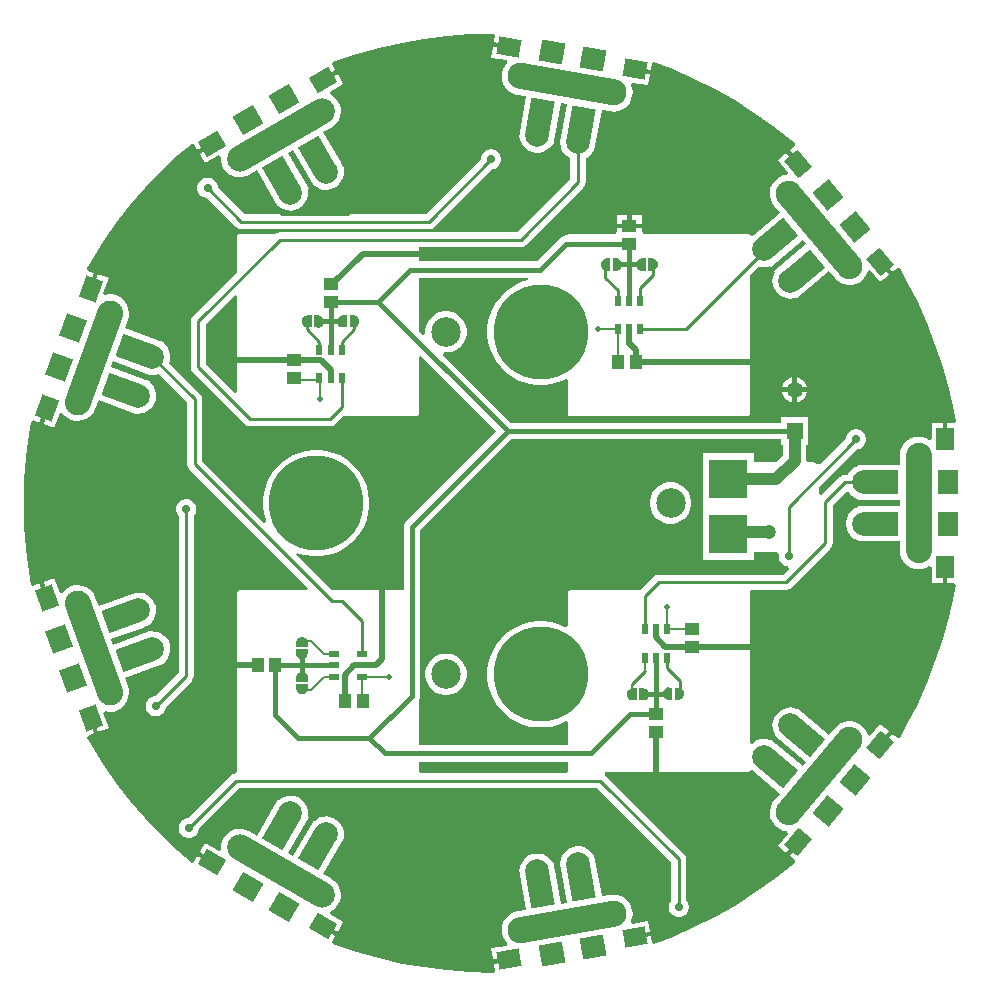
<source format=gbl>
G04*
G04 #@! TF.GenerationSoftware,Altium Limited,Altium Designer,21.7.2 (23)*
G04*
G04 Layer_Physical_Order=2*
G04 Layer_Color=16711680*
%FSLAX44Y44*%
%MOMM*%
G71*
G04*
G04 #@! TF.SameCoordinates,9BB895A2-42D1-4055-8D82-49C525802847*
G04*
G04*
G04 #@! TF.FilePolarity,Positive*
G04*
G01*
G75*
%ADD10C,0.2000*%
%ADD24C,0.2500*%
G04:AMPARAMS|DCode=26|XSize=2mm|YSize=3mm|CornerRadius=0mm|HoleSize=0mm|Usage=FLASHONLY|Rotation=230.000|XOffset=0mm|YOffset=0mm|HoleType=Round|Shape=Rectangle|*
%AMROTATEDRECTD26*
4,1,4,-0.5063,1.7302,1.7919,-0.1981,0.5063,-1.7302,-1.7919,0.1981,-0.5063,1.7302,0.0*
%
%ADD26ROTATEDRECTD26*%

%ADD27C,2.0000*%
G04:AMPARAMS|DCode=28|XSize=1.8mm|YSize=2mm|CornerRadius=0mm|HoleSize=0mm|Usage=FLASHONLY|Rotation=140.000|XOffset=0mm|YOffset=0mm|HoleType=Round|Shape=Rectangle|*
%AMROTATEDRECTD28*
4,1,4,1.3322,0.1875,0.0467,-1.3445,-1.3322,-0.1875,-0.0467,1.3445,1.3322,0.1875,0.0*
%
%ADD28ROTATEDRECTD28*%

G04:AMPARAMS|DCode=29|XSize=2mm|YSize=3mm|CornerRadius=0mm|HoleSize=0mm|Usage=FLASHONLY|Rotation=10.000|XOffset=0mm|YOffset=0mm|HoleType=Round|Shape=Rectangle|*
%AMROTATEDRECTD29*
4,1,4,-0.7243,-1.6509,-1.2453,1.3036,0.7243,1.6509,1.2453,-1.3036,-0.7243,-1.6509,0.0*
%
%ADD29ROTATEDRECTD29*%

G04:AMPARAMS|DCode=30|XSize=1.8mm|YSize=2mm|CornerRadius=0mm|HoleSize=0mm|Usage=FLASHONLY|Rotation=100.000|XOffset=0mm|YOffset=0mm|HoleType=Round|Shape=Rectangle|*
%AMROTATEDRECTD30*
4,1,4,1.1411,-0.7127,-0.8285,-1.0600,-1.1411,0.7127,0.8285,1.0600,1.1411,-0.7127,0.0*
%
%ADD30ROTATEDRECTD30*%

G04:AMPARAMS|DCode=31|XSize=2mm|YSize=3mm|CornerRadius=0mm|HoleSize=0mm|Usage=FLASHONLY|Rotation=150.000|XOffset=0mm|YOffset=0mm|HoleType=Round|Shape=Rectangle|*
%AMROTATEDRECTD31*
4,1,4,1.6160,0.7990,0.1160,-1.7990,-1.6160,-0.7990,-0.1160,1.7990,1.6160,0.7990,0.0*
%
%ADD31ROTATEDRECTD31*%

G04:AMPARAMS|DCode=32|XSize=1.8mm|YSize=2mm|CornerRadius=0mm|HoleSize=0mm|Usage=FLASHONLY|Rotation=60.000|XOffset=0mm|YOffset=0mm|HoleType=Round|Shape=Rectangle|*
%AMROTATEDRECTD32*
4,1,4,0.4160,-1.2794,-1.3160,-0.2794,-0.4160,1.2794,1.3160,0.2794,0.4160,-1.2794,0.0*
%
%ADD32ROTATEDRECTD32*%

G04:AMPARAMS|DCode=33|XSize=2mm|YSize=3mm|CornerRadius=0mm|HoleSize=0mm|Usage=FLASHONLY|Rotation=210.000|XOffset=0mm|YOffset=0mm|HoleType=Round|Shape=Rectangle|*
%AMROTATEDRECTD33*
4,1,4,0.1160,1.7990,1.6160,-0.7990,-0.1160,-1.7990,-1.6160,0.7990,0.1160,1.7990,0.0*
%
%ADD33ROTATEDRECTD33*%

G04:AMPARAMS|DCode=34|XSize=1.8mm|YSize=2mm|CornerRadius=0mm|HoleSize=0mm|Usage=FLASHONLY|Rotation=300.000|XOffset=0mm|YOffset=0mm|HoleType=Round|Shape=Rectangle|*
%AMROTATEDRECTD34*
4,1,4,-1.3160,0.2794,0.4160,1.2794,1.3160,-0.2794,-0.4160,-1.2794,-1.3160,0.2794,0.0*
%
%ADD34ROTATEDRECTD34*%

G04:AMPARAMS|DCode=35|XSize=2mm|YSize=3mm|CornerRadius=0mm|HoleSize=0mm|Usage=FLASHONLY|Rotation=70.000|XOffset=0mm|YOffset=0mm|HoleType=Round|Shape=Rectangle|*
%AMROTATEDRECTD35*
4,1,4,1.0675,-1.4527,-1.7516,-0.4267,-1.0675,1.4527,1.7516,0.4267,1.0675,-1.4527,0.0*
%
%ADD35ROTATEDRECTD35*%

G04:AMPARAMS|DCode=36|XSize=1.8mm|YSize=2mm|CornerRadius=0mm|HoleSize=0mm|Usage=FLASHONLY|Rotation=340.000|XOffset=0mm|YOffset=0mm|HoleType=Round|Shape=Rectangle|*
%AMROTATEDRECTD36*
4,1,4,-1.1877,-0.6319,-0.5037,1.2475,1.1877,0.6319,0.5037,-1.2475,-1.1877,-0.6319,0.0*
%
%ADD36ROTATEDRECTD36*%

G04:AMPARAMS|DCode=37|XSize=2mm|YSize=3mm|CornerRadius=0mm|HoleSize=0mm|Usage=FLASHONLY|Rotation=290.000|XOffset=0mm|YOffset=0mm|HoleType=Round|Shape=Rectangle|*
%AMROTATEDRECTD37*
4,1,4,-1.7516,0.4267,1.0675,1.4527,1.7516,-0.4267,-1.0675,-1.4527,-1.7516,0.4267,0.0*
%
%ADD37ROTATEDRECTD37*%

G04:AMPARAMS|DCode=38|XSize=1.8mm|YSize=2mm|CornerRadius=0mm|HoleSize=0mm|Usage=FLASHONLY|Rotation=20.000|XOffset=0mm|YOffset=0mm|HoleType=Round|Shape=Rectangle|*
%AMROTATEDRECTD38*
4,1,4,-0.5037,-1.2475,-1.1877,0.6319,0.5037,1.2475,1.1877,-0.6319,-0.5037,-1.2475,0.0*
%
%ADD38ROTATEDRECTD38*%

G04:AMPARAMS|DCode=39|XSize=2mm|YSize=3mm|CornerRadius=0mm|HoleSize=0mm|Usage=FLASHONLY|Rotation=350.000|XOffset=0mm|YOffset=0mm|HoleType=Round|Shape=Rectangle|*
%AMROTATEDRECTD39*
4,1,4,-1.2453,-1.3036,-0.7243,1.6509,1.2453,1.3036,0.7243,-1.6509,-1.2453,-1.3036,0.0*
%
%ADD39ROTATEDRECTD39*%

G04:AMPARAMS|DCode=40|XSize=1.8mm|YSize=2mm|CornerRadius=0mm|HoleSize=0mm|Usage=FLASHONLY|Rotation=260.000|XOffset=0mm|YOffset=0mm|HoleType=Round|Shape=Rectangle|*
%AMROTATEDRECTD40*
4,1,4,-0.8285,1.0600,1.1411,0.7127,0.8285,-1.0600,-1.1411,-0.7127,-0.8285,1.0600,0.0*
%
%ADD40ROTATEDRECTD40*%

%ADD41R,3.0000X2.0000*%
%ADD42R,1.8000X2.0000*%
G04:AMPARAMS|DCode=43|XSize=2mm|YSize=3mm|CornerRadius=0mm|HoleSize=0mm|Usage=FLASHONLY|Rotation=130.000|XOffset=0mm|YOffset=0mm|HoleType=Round|Shape=Rectangle|*
%AMROTATEDRECTD43*
4,1,4,1.7919,0.1981,-0.5063,-1.7302,-1.7919,-0.1981,0.5063,1.7302,1.7919,0.1981,0.0*
%
%ADD43ROTATEDRECTD43*%

G04:AMPARAMS|DCode=44|XSize=1.8mm|YSize=2mm|CornerRadius=0mm|HoleSize=0mm|Usage=FLASHONLY|Rotation=220.000|XOffset=0mm|YOffset=0mm|HoleType=Round|Shape=Rectangle|*
%AMROTATEDRECTD44*
4,1,4,0.0467,1.3445,1.3322,-0.1875,-0.0467,-1.3445,-1.3322,0.1875,0.0467,1.3445,0.0*
%
%ADD44ROTATEDRECTD44*%

%ADD45C,1.0000*%
G04:AMPARAMS|DCode=46|XSize=2.2mm|YSize=10.2mm|CornerRadius=1.1mm|HoleSize=0mm|Usage=FLASHONLY|Rotation=140.000|XOffset=0mm|YOffset=0mm|HoleType=Round|Shape=RoundedRectangle|*
%AMROUNDEDRECTD46*
21,1,2.2000,8.0000,0,0,140.0*
21,1,0.0000,10.2000,0,0,140.0*
1,1,2.2000,2.5712,3.0642*
1,1,2.2000,2.5712,3.0642*
1,1,2.2000,-2.5712,-3.0642*
1,1,2.2000,-2.5712,-3.0642*
%
%ADD46ROUNDEDRECTD46*%
G04:AMPARAMS|DCode=47|XSize=2.2mm|YSize=10.2mm|CornerRadius=1.1mm|HoleSize=0mm|Usage=FLASHONLY|Rotation=100.000|XOffset=0mm|YOffset=0mm|HoleType=Round|Shape=RoundedRectangle|*
%AMROUNDEDRECTD47*
21,1,2.2000,8.0000,0,0,100.0*
21,1,0.0000,10.2000,0,0,100.0*
1,1,2.2000,3.9392,0.6946*
1,1,2.2000,3.9392,0.6946*
1,1,2.2000,-3.9392,-0.6946*
1,1,2.2000,-3.9392,-0.6946*
%
%ADD47ROUNDEDRECTD47*%
G04:AMPARAMS|DCode=48|XSize=2.2mm|YSize=10.2mm|CornerRadius=1.1mm|HoleSize=0mm|Usage=FLASHONLY|Rotation=60.000|XOffset=0mm|YOffset=0mm|HoleType=Round|Shape=RoundedRectangle|*
%AMROUNDEDRECTD48*
21,1,2.2000,8.0000,0,0,60.0*
21,1,0.0000,10.2000,0,0,60.0*
1,1,2.2000,3.4641,-2.0000*
1,1,2.2000,3.4641,-2.0000*
1,1,2.2000,-3.4641,2.0000*
1,1,2.2000,-3.4641,2.0000*
%
%ADD48ROUNDEDRECTD48*%
G04:AMPARAMS|DCode=49|XSize=2.2mm|YSize=10.2mm|CornerRadius=1.1mm|HoleSize=0mm|Usage=FLASHONLY|Rotation=300.000|XOffset=0mm|YOffset=0mm|HoleType=Round|Shape=RoundedRectangle|*
%AMROUNDEDRECTD49*
21,1,2.2000,8.0000,0,0,300.0*
21,1,0.0000,10.2000,0,0,300.0*
1,1,2.2000,-3.4641,-2.0000*
1,1,2.2000,-3.4641,-2.0000*
1,1,2.2000,3.4641,2.0000*
1,1,2.2000,3.4641,2.0000*
%
%ADD49ROUNDEDRECTD49*%
G04:AMPARAMS|DCode=50|XSize=2.2mm|YSize=10.2mm|CornerRadius=1.1mm|HoleSize=0mm|Usage=FLASHONLY|Rotation=340.000|XOffset=0mm|YOffset=0mm|HoleType=Round|Shape=RoundedRectangle|*
%AMROUNDEDRECTD50*
21,1,2.2000,8.0000,0,0,340.0*
21,1,0.0000,10.2000,0,0,340.0*
1,1,2.2000,-1.3681,-3.7588*
1,1,2.2000,-1.3681,-3.7588*
1,1,2.2000,1.3681,3.7588*
1,1,2.2000,1.3681,3.7588*
%
%ADD50ROUNDEDRECTD50*%
G04:AMPARAMS|DCode=51|XSize=2.2mm|YSize=10.2mm|CornerRadius=1.1mm|HoleSize=0mm|Usage=FLASHONLY|Rotation=20.000|XOffset=0mm|YOffset=0mm|HoleType=Round|Shape=RoundedRectangle|*
%AMROUNDEDRECTD51*
21,1,2.2000,8.0000,0,0,20.0*
21,1,0.0000,10.2000,0,0,20.0*
1,1,2.2000,1.3681,-3.7588*
1,1,2.2000,1.3681,-3.7588*
1,1,2.2000,-1.3681,3.7588*
1,1,2.2000,-1.3681,3.7588*
%
%ADD51ROUNDEDRECTD51*%
G04:AMPARAMS|DCode=52|XSize=2.2mm|YSize=10.2mm|CornerRadius=1.1mm|HoleSize=0mm|Usage=FLASHONLY|Rotation=260.000|XOffset=0mm|YOffset=0mm|HoleType=Round|Shape=RoundedRectangle|*
%AMROUNDEDRECTD52*
21,1,2.2000,8.0000,0,0,260.0*
21,1,0.0000,10.2000,0,0,260.0*
1,1,2.2000,-3.9392,0.6946*
1,1,2.2000,-3.9392,0.6946*
1,1,2.2000,3.9392,-0.6946*
1,1,2.2000,3.9392,-0.6946*
%
%ADD52ROUNDEDRECTD52*%
G04:AMPARAMS|DCode=53|XSize=2.2mm|YSize=10.2mm|CornerRadius=1.1mm|HoleSize=0mm|Usage=FLASHONLY|Rotation=180.000|XOffset=0mm|YOffset=0mm|HoleType=Round|Shape=RoundedRectangle|*
%AMROUNDEDRECTD53*
21,1,2.2000,8.0000,0,0,180.0*
21,1,0.0000,10.2000,0,0,180.0*
1,1,2.2000,0.0000,4.0000*
1,1,2.2000,0.0000,4.0000*
1,1,2.2000,0.0000,-4.0000*
1,1,2.2000,0.0000,-4.0000*
%
%ADD53ROUNDEDRECTD53*%
G04:AMPARAMS|DCode=54|XSize=2.2mm|YSize=10.2mm|CornerRadius=1.1mm|HoleSize=0mm|Usage=FLASHONLY|Rotation=220.000|XOffset=0mm|YOffset=0mm|HoleType=Round|Shape=RoundedRectangle|*
%AMROUNDEDRECTD54*
21,1,2.2000,8.0000,0,0,220.0*
21,1,0.0000,10.2000,0,0,220.0*
1,1,2.2000,-2.5712,3.0642*
1,1,2.2000,-2.5712,3.0642*
1,1,2.2000,2.5712,-3.0642*
1,1,2.2000,2.5712,-3.0642*
%
%ADD54ROUNDEDRECTD54*%
%ADD55C,2.5000*%
%ADD56C,0.5000*%
%ADD57C,1.3500*%
%ADD58R,1.3500X1.3500*%
%ADD59C,8.0000*%
%ADD60C,0.7000*%
%ADD61C,0.4000*%
%ADD62C,1.2000*%
G04:AMPARAMS|DCode=63|XSize=1.5mm|YSize=1.9mm|CornerRadius=0mm|HoleSize=0mm|Usage=FLASHONLY|Rotation=140.000|XOffset=0mm|YOffset=0mm|HoleType=Round|Shape=Rectangle|*
%AMROTATEDRECTD63*
4,1,4,1.1852,0.2457,-0.0361,-1.2098,-1.1852,-0.2457,0.0361,1.2098,1.1852,0.2457,0.0*
%
%ADD63ROTATEDRECTD63*%

G04:AMPARAMS|DCode=64|XSize=1.5mm|YSize=1.9mm|CornerRadius=0mm|HoleSize=0mm|Usage=FLASHONLY|Rotation=100.000|XOffset=0mm|YOffset=0mm|HoleType=Round|Shape=Rectangle|*
%AMROTATEDRECTD64*
4,1,4,1.0658,-0.5736,-0.8053,-0.9036,-1.0658,0.5736,0.8053,0.9036,1.0658,-0.5736,0.0*
%
%ADD64ROTATEDRECTD64*%

G04:AMPARAMS|DCode=65|XSize=1.5mm|YSize=1.9mm|CornerRadius=0mm|HoleSize=0mm|Usage=FLASHONLY|Rotation=60.000|XOffset=0mm|YOffset=0mm|HoleType=Round|Shape=Rectangle|*
%AMROTATEDRECTD65*
4,1,4,0.4477,-1.1245,-1.1977,-0.1745,-0.4477,1.1245,1.1977,0.1745,0.4477,-1.1245,0.0*
%
%ADD65ROTATEDRECTD65*%

G04:AMPARAMS|DCode=66|XSize=1.5mm|YSize=1.9mm|CornerRadius=0mm|HoleSize=0mm|Usage=FLASHONLY|Rotation=300.000|XOffset=0mm|YOffset=0mm|HoleType=Round|Shape=Rectangle|*
%AMROTATEDRECTD66*
4,1,4,-1.1977,0.1745,0.4477,1.1245,1.1977,-0.1745,-0.4477,-1.1245,-1.1977,0.1745,0.0*
%
%ADD66ROTATEDRECTD66*%

G04:AMPARAMS|DCode=67|XSize=1.5mm|YSize=1.9mm|CornerRadius=0mm|HoleSize=0mm|Usage=FLASHONLY|Rotation=340.000|XOffset=0mm|YOffset=0mm|HoleType=Round|Shape=Rectangle|*
%AMROTATEDRECTD67*
4,1,4,-1.0297,-0.6362,-0.3799,1.1492,1.0297,0.6362,0.3799,-1.1492,-1.0297,-0.6362,0.0*
%
%ADD67ROTATEDRECTD67*%

G04:AMPARAMS|DCode=68|XSize=1.5mm|YSize=1.9mm|CornerRadius=0mm|HoleSize=0mm|Usage=FLASHONLY|Rotation=20.000|XOffset=0mm|YOffset=0mm|HoleType=Round|Shape=Rectangle|*
%AMROTATEDRECTD68*
4,1,4,-0.3799,-1.1492,-1.0297,0.6362,0.3799,1.1492,1.0297,-0.6362,-0.3799,-1.1492,0.0*
%
%ADD68ROTATEDRECTD68*%

G04:AMPARAMS|DCode=69|XSize=1.5mm|YSize=1.9mm|CornerRadius=0mm|HoleSize=0mm|Usage=FLASHONLY|Rotation=260.000|XOffset=0mm|YOffset=0mm|HoleType=Round|Shape=Rectangle|*
%AMROTATEDRECTD69*
4,1,4,-0.8053,0.9036,1.0658,0.5736,0.8053,-0.9036,-1.0658,-0.5736,-0.8053,0.9036,0.0*
%
%ADD69ROTATEDRECTD69*%

%ADD70R,1.5000X1.9000*%
G04:AMPARAMS|DCode=71|XSize=1.5mm|YSize=1.9mm|CornerRadius=0mm|HoleSize=0mm|Usage=FLASHONLY|Rotation=220.000|XOffset=0mm|YOffset=0mm|HoleType=Round|Shape=Rectangle|*
%AMROTATEDRECTD71*
4,1,4,-0.0361,1.2098,1.1852,-0.2457,0.0361,-1.2098,-1.1852,0.2457,-0.0361,1.2098,0.0*
%
%ADD71ROTATEDRECTD71*%

G04:AMPARAMS|DCode=72|XSize=0.5mm|YSize=0.5mm|CornerRadius=0.25mm|HoleSize=0mm|Usage=FLASHONLY|Rotation=270.000|XOffset=0mm|YOffset=0mm|HoleType=Round|Shape=RoundedRectangle|*
%AMROUNDEDRECTD72*
21,1,0.5000,0.0000,0,0,270.0*
21,1,0.0000,0.5000,0,0,270.0*
1,1,0.5000,0.0000,0.0000*
1,1,0.5000,0.0000,0.0000*
1,1,0.5000,0.0000,0.0000*
1,1,0.5000,0.0000,0.0000*
%
%ADD72ROUNDEDRECTD72*%
%ADD73R,1.3000X1.0000*%
%ADD74R,0.5000X0.9000*%
G04:AMPARAMS|DCode=75|XSize=0.5mm|YSize=0.5mm|CornerRadius=0.25mm|HoleSize=0mm|Usage=FLASHONLY|Rotation=0.000|XOffset=0mm|YOffset=0mm|HoleType=Round|Shape=RoundedRectangle|*
%AMROUNDEDRECTD75*
21,1,0.5000,0.0000,0,0,0.0*
21,1,0.0000,0.5000,0,0,0.0*
1,1,0.5000,0.0000,0.0000*
1,1,0.5000,0.0000,0.0000*
1,1,0.5000,0.0000,0.0000*
1,1,0.5000,0.0000,0.0000*
%
%ADD75ROUNDEDRECTD75*%
%ADD76R,1.0000X1.3000*%
%ADD77R,0.9000X0.5000*%
%ADD78R,3.3000X3.3000*%
%ADD79C,0.5000*%
%ADD80C,0.4000*%
G36*
X1000Y396281D02*
X1275Y395945D01*
X293Y390380D01*
X13588Y388036D01*
X12894Y384096D01*
X-401Y386441D01*
X-2051Y377085D01*
X11234Y374742D01*
X11762Y372813D01*
X11507Y372594D01*
X9561Y370115D01*
X8137Y367304D01*
X7288Y364268D01*
X7048Y361126D01*
X7425Y357997D01*
X8405Y355002D01*
X9951Y352255D01*
X12003Y349863D01*
X14483Y347917D01*
X17294Y346492D01*
X20329Y345644D01*
X27715Y344341D01*
X21564Y309457D01*
X22387Y309312D01*
X22880Y307087D01*
X24070Y304383D01*
X25765Y301962D01*
X27899Y299919D01*
X30391Y298331D01*
X33145Y297260D01*
X36055Y296747D01*
X39009Y296812D01*
X41894Y297451D01*
X44598Y298641D01*
X47018Y300336D01*
X49062Y302471D01*
X50286Y304392D01*
X51108Y304247D01*
X51720Y307716D01*
X51720Y307717D01*
X52233Y310626D01*
Y310626D01*
X57259Y339132D01*
X62184Y338264D01*
X57157Y309758D01*
X57157Y309758D01*
X56644Y306848D01*
Y306848D01*
X56033Y303379D01*
X56855Y303234D01*
X57348Y301010D01*
X58538Y298305D01*
X60233Y295885D01*
X62367Y293841D01*
X64859Y292254D01*
X65300Y292082D01*
Y274312D01*
X20361Y229372D01*
X-181000D01*
X-183439Y228887D01*
X-184708Y228039D01*
X-215000D01*
X-215780Y227884D01*
X-216442Y227442D01*
X-216884Y226780D01*
X-217039Y226000D01*
Y195973D01*
X-254506Y158506D01*
X-255887Y156439D01*
X-256372Y154000D01*
Y115500D01*
X-255887Y113061D01*
X-254506Y110994D01*
X-210506Y66994D01*
X-208439Y65613D01*
X-206000Y65128D01*
X-138500D01*
X-136061Y65613D01*
X-133994Y66994D01*
X-127027Y73961D01*
X-65000D01*
X-64220Y74116D01*
X-63558Y74558D01*
X-63116Y75220D01*
X-62961Y76000D01*
Y123363D01*
X-61113Y124128D01*
X2015Y61000D01*
X-73992Y-15007D01*
X-75114Y-16470D01*
X-75820Y-18173D01*
X-76060Y-20000D01*
Y-73961D01*
X-136851D01*
X-166968Y-43844D01*
X-165835Y-42149D01*
X-164496Y-42703D01*
X-158798Y-44230D01*
X-152949Y-45000D01*
X-147051D01*
X-141202Y-44230D01*
X-135504Y-42703D01*
X-130054Y-40446D01*
X-124946Y-37496D01*
X-120266Y-33905D01*
X-116095Y-29734D01*
X-112504Y-25054D01*
X-109554Y-19946D01*
X-107297Y-14496D01*
X-105770Y-8798D01*
X-105000Y-2949D01*
Y2949D01*
X-105770Y8798D01*
X-107297Y14496D01*
X-109554Y19946D01*
X-112504Y25054D01*
X-116095Y29734D01*
X-120266Y33905D01*
X-124946Y37496D01*
X-130054Y40446D01*
X-135504Y42703D01*
X-141202Y44230D01*
X-147051Y45000D01*
X-152949D01*
X-158798Y44230D01*
X-164496Y42703D01*
X-169946Y40446D01*
X-175054Y37496D01*
X-179734Y33905D01*
X-183905Y29734D01*
X-187496Y25054D01*
X-190446Y19946D01*
X-192703Y14496D01*
X-194230Y8798D01*
X-195000Y2949D01*
Y-2949D01*
X-194230Y-8798D01*
X-192703Y-14496D01*
X-192149Y-15835D01*
X-193844Y-16968D01*
X-246439Y35627D01*
Y87871D01*
X-246924Y90310D01*
X-248305Y92377D01*
X-274500Y118572D01*
X-274008Y119926D01*
X-273558Y122846D01*
X-273687Y125798D01*
X-274389Y128668D01*
X-275638Y131346D01*
X-277385Y133729D01*
X-279065Y135268D01*
X-278780Y136053D01*
X-282090Y137258D01*
X-282090Y137258D01*
X-284866Y138269D01*
X-284867Y138269D01*
X-312066Y148168D01*
X-309501Y155216D01*
X-308718Y158269D01*
X-308546Y161416D01*
X-308992Y164536D01*
X-310037Y167510D01*
X-311643Y170222D01*
X-313747Y172568D01*
X-316268Y174460D01*
X-319110Y175823D01*
X-322163Y176605D01*
X-325310Y176777D01*
X-328430Y176332D01*
X-328747Y176220D01*
X-330154Y177642D01*
X-325540Y190319D01*
X-334467Y193568D01*
X-339084Y180882D01*
X-342843Y182250D01*
X-338226Y194936D01*
X-343444Y196835D01*
X-344136Y198712D01*
X-340941Y204352D01*
X-330503Y220835D01*
X-319269Y236786D01*
X-307266Y252167D01*
X-294523Y266940D01*
X-281070Y281070D01*
X-266940Y294523D01*
X-255474Y304413D01*
X-253502Y304079D01*
X-250707Y299237D01*
X-239015Y305987D01*
X-237015Y302523D01*
X-248707Y295772D01*
X-243957Y287545D01*
X-232274Y294290D01*
X-230629Y293152D01*
X-230684Y292821D01*
X-230581Y289671D01*
X-229865Y286601D01*
X-228564Y283731D01*
X-226729Y281169D01*
X-224428Y279014D01*
X-221752Y277350D01*
X-218802Y276240D01*
X-215693Y275726D01*
X-212542Y275829D01*
X-209473Y276545D01*
X-206602Y277846D01*
X-200107Y281596D01*
X-182396Y250919D01*
X-181672Y251336D01*
X-179865Y249949D01*
X-177215Y248643D01*
X-174361Y247878D01*
X-171412Y247684D01*
X-168483Y248070D01*
X-165685Y249020D01*
X-163126Y250497D01*
X-160905Y252446D01*
X-159106Y254790D01*
X-157799Y257440D01*
X-157034Y260294D01*
X-156841Y263242D01*
X-157138Y265501D01*
X-156415Y265919D01*
X-158176Y268969D01*
X-158176Y268969D01*
X-159654Y271528D01*
X-159654Y271528D01*
X-174126Y296596D01*
X-169796Y299096D01*
X-152085Y268419D01*
X-151362Y268836D01*
X-149554Y267449D01*
X-146904Y266143D01*
X-144050Y265378D01*
X-141101Y265184D01*
X-138172Y265570D01*
X-135374Y266520D01*
X-132815Y267997D01*
X-130594Y269946D01*
X-128795Y272290D01*
X-127488Y274940D01*
X-126723Y277794D01*
X-126530Y280742D01*
X-126827Y283001D01*
X-126104Y283419D01*
X-127865Y286469D01*
X-127865Y286469D01*
X-129343Y289028D01*
X-129343Y289029D01*
X-143815Y314096D01*
X-137320Y317846D01*
X-134758Y319681D01*
X-132604Y321982D01*
X-130940Y324658D01*
X-129829Y327608D01*
X-129316Y330718D01*
X-129419Y333868D01*
X-130135Y336937D01*
X-131435Y339808D01*
X-133271Y342370D01*
X-135572Y344524D01*
X-138248Y346189D01*
X-138563Y346307D01*
X-138726Y348300D01*
X-127043Y355045D01*
X-131793Y363273D01*
X-143485Y356523D01*
X-145485Y359987D01*
X-133793Y366737D01*
X-136597Y371592D01*
X-135931Y373478D01*
X-133911Y374257D01*
X-115386Y380377D01*
X-96583Y385580D01*
X-77547Y389855D01*
X-58324Y393190D01*
X-38961Y395579D01*
X-19504Y397014D01*
X-485Y397481D01*
X1000Y396281D01*
D02*
G37*
G36*
X152114Y367235D02*
X169950Y359329D01*
X187377Y350557D01*
X204352Y340941D01*
X220835Y330503D01*
X236786Y319269D01*
X252167Y307266D01*
X255440Y304443D01*
X255426Y302443D01*
X251156Y298860D01*
X259834Y288518D01*
X256770Y285947D01*
X248092Y296289D01*
X240814Y290182D01*
X249486Y279848D01*
X248650Y278031D01*
X248314Y278027D01*
X245230Y277379D01*
X242332Y276141D01*
X239730Y274361D01*
X237526Y272108D01*
X235804Y269469D01*
X234629Y266544D01*
X234048Y263447D01*
X234083Y260295D01*
X234731Y257211D01*
X235969Y254312D01*
X237749Y251711D01*
X242570Y245965D01*
X220396Y227360D01*
X220396Y227360D01*
X218971Y226164D01*
X218917Y226160D01*
X216992Y226748D01*
X216833Y226878D01*
X216780Y226936D01*
X216442Y227442D01*
X215780Y227884D01*
X215000Y228039D01*
X126500D01*
Y229500D01*
X125500D01*
Y232500D01*
X115000D01*
X104500D01*
Y229500D01*
X103500D01*
Y228039D01*
X65000D01*
X64220Y227884D01*
X63558Y227442D01*
X63116Y226780D01*
X63072Y226560D01*
X61500D01*
X59673Y226320D01*
X57970Y225614D01*
X56508Y224492D01*
X36825Y204810D01*
X-62961D01*
Y216628D01*
X23000D01*
X25439Y217113D01*
X27506Y218494D01*
X76179Y267167D01*
X77560Y269234D01*
X78045Y271673D01*
Y292115D01*
X79066Y292564D01*
X81487Y294259D01*
X83530Y296393D01*
X84754Y298315D01*
X85577Y298170D01*
X91728Y333054D01*
X99114Y331752D01*
X102256Y331511D01*
X105386Y331889D01*
X108381Y332869D01*
X111127Y334415D01*
X113519Y336467D01*
X115465Y338946D01*
X116890Y341758D01*
X117739Y344793D01*
X117979Y347936D01*
X117602Y351065D01*
X116622Y354060D01*
X116457Y354353D01*
X117613Y355985D01*
X130898Y353642D01*
X132548Y362998D01*
X119253Y365342D01*
X119947Y369282D01*
X133242Y366937D01*
X134220Y372483D01*
X135962Y373466D01*
X152114Y367235D01*
D02*
G37*
G36*
X136494Y206606D02*
X138181Y205129D01*
X139176Y203119D01*
X139250Y202000D01*
X139250Y202000D01*
X139150Y200856D01*
X138091Y198819D01*
X136333Y197342D01*
X134144Y196651D01*
X133000Y196750D01*
X131000D01*
Y207250D01*
X133250Y207250D01*
X134369Y207325D01*
X136494Y206606D01*
D02*
G37*
G36*
X106680Y206550D02*
X108368Y205073D01*
X109362Y203063D01*
X109436Y201944D01*
X109436Y201944D01*
X109337Y200800D01*
X108278Y198763D01*
X106519Y197286D01*
X104330Y196595D01*
X103186Y196694D01*
Y196694D01*
X101186Y196694D01*
X101186Y207194D01*
X103436Y207194D01*
X104555Y207269D01*
X106680Y206550D01*
D02*
G37*
G36*
X265067Y219154D02*
X237932Y196385D01*
X238469Y195745D01*
X237416Y193724D01*
X236590Y190887D01*
X236332Y187944D01*
X236654Y185007D01*
X237542Y182189D01*
X238963Y179598D01*
X240863Y177335D01*
X243167Y175485D01*
X245788Y174121D01*
X248625Y173294D01*
X251568Y173036D01*
X254505Y173358D01*
X256679Y174043D01*
X257215Y173404D01*
X284351Y196173D01*
X289172Y190427D01*
X291424Y188223D01*
X294064Y186501D01*
X296989Y185327D01*
X300086Y184746D01*
X303238Y184780D01*
X306322Y185429D01*
X309221Y186666D01*
X311822Y188446D01*
X314026Y190699D01*
X315748Y193338D01*
X316923Y196263D01*
X316985Y196593D01*
X318919Y197100D01*
X327591Y186766D01*
X334868Y192873D01*
X326190Y203214D01*
X329255Y205786D01*
X337932Y195444D01*
X342194Y199020D01*
X344163Y198665D01*
X350557Y187377D01*
X359329Y169950D01*
X367235Y152114D01*
X374257Y133911D01*
X380377Y115386D01*
X385580Y96583D01*
X389855Y77547D01*
X391333Y69030D01*
X390045Y67500D01*
X384500D01*
Y54000D01*
X380500D01*
Y67500D01*
X371000D01*
Y54010D01*
X369192Y53155D01*
X368932Y53368D01*
X366153Y54854D01*
X363137Y55768D01*
X360000Y56077D01*
X356864Y55768D01*
X353848Y54854D01*
X351068Y53368D01*
X348632Y51368D01*
X346632Y48932D01*
X345146Y46153D01*
X344231Y43137D01*
X343923Y40000D01*
Y32500D01*
X314978D01*
X314977Y32500D01*
X312023D01*
X312022Y32500D01*
X308500D01*
Y31665D01*
X306395Y30793D01*
X303938Y29151D01*
X301849Y27062D01*
X300207Y24605D01*
X299904Y23872D01*
X297602D01*
X295164Y23387D01*
X293096Y22006D01*
X277598Y6508D01*
X275598Y7336D01*
Y13586D01*
X307512Y45500D01*
X308119D01*
X310281Y46079D01*
X312219Y47198D01*
X313802Y48781D01*
X314921Y50719D01*
X315500Y52881D01*
Y55119D01*
X314921Y57281D01*
X313802Y59219D01*
X312219Y60802D01*
X310281Y61921D01*
X308119Y62500D01*
X305881D01*
X303719Y61921D01*
X301781Y60802D01*
X300198Y59219D01*
X299079Y57281D01*
X298500Y55119D01*
Y54512D01*
X276744Y32755D01*
X274169Y33009D01*
X274105Y33105D01*
X272451Y34210D01*
X270500Y34598D01*
X266316D01*
X265086Y36000D01*
Y49250D01*
X266750D01*
Y72750D01*
X243250D01*
Y68060D01*
X14924D01*
X-42663Y125648D01*
X-41764Y127419D01*
X-41687Y127500D01*
X-38276D01*
X-34895Y128173D01*
X-31711Y129492D01*
X-28844Y131407D01*
X-26407Y133844D01*
X-24492Y136711D01*
X-23173Y139895D01*
X-22500Y143276D01*
Y146724D01*
X-23173Y150105D01*
X-24492Y153289D01*
X-26407Y156156D01*
X-28844Y158593D01*
X-31711Y160508D01*
X-34895Y161828D01*
X-38276Y162500D01*
X-41724D01*
X-45105Y161828D01*
X-48289Y160508D01*
X-51156Y158593D01*
X-53593Y156156D01*
X-55508Y153289D01*
X-56828Y150105D01*
X-57500Y146724D01*
Y143313D01*
X-57581Y143236D01*
X-59352Y142337D01*
X-62961Y145946D01*
Y190690D01*
X28922D01*
X29185Y188690D01*
X25504Y187703D01*
X20054Y185446D01*
X14946Y182496D01*
X10266Y178905D01*
X6095Y174734D01*
X2504Y170054D01*
X-446Y164946D01*
X-2703Y159496D01*
X-4230Y153798D01*
X-5000Y147949D01*
Y142051D01*
X-4230Y136202D01*
X-2703Y130504D01*
X-446Y125054D01*
X2504Y119946D01*
X6095Y115266D01*
X10266Y111095D01*
X14946Y107504D01*
X20054Y104554D01*
X25504Y102297D01*
X31202Y100770D01*
X37050Y100000D01*
X42949D01*
X48798Y100770D01*
X54496Y102297D01*
X59946Y104554D01*
X61229Y105295D01*
X62961Y104295D01*
Y76000D01*
X63116Y75220D01*
X63558Y74558D01*
X64220Y74116D01*
X65000Y73961D01*
X215000D01*
X215780Y74116D01*
X216442Y74558D01*
X216884Y75220D01*
X217039Y76000D01*
Y192192D01*
X225218Y200371D01*
X226127Y200105D01*
X229071Y199848D01*
X232008Y200170D01*
X234181Y200855D01*
X234718Y200215D01*
X261853Y222984D01*
X265067Y219154D01*
D02*
G37*
G36*
X126814Y207306D02*
X126814D01*
X128814Y207306D01*
X128814Y196806D01*
X126564Y196806D01*
X125445Y196731D01*
X123320Y197450D01*
X121632Y198927D01*
X120638Y200937D01*
X120564Y202056D01*
X120663Y203200D01*
X121722Y205237D01*
X123481Y206714D01*
X125670Y207405D01*
X126814Y207306D01*
D02*
G37*
G36*
X97000Y207250D02*
X97000Y207250D01*
X99000D01*
Y196750D01*
X96750Y196750D01*
X95631Y196675D01*
X93506Y197394D01*
X91819Y198871D01*
X90824Y200881D01*
X90750Y202000D01*
X90849Y203144D01*
X91909Y205181D01*
X93667Y206658D01*
X95856Y207349D01*
X97000Y207250D01*
D02*
G37*
G36*
X-116257Y158606D02*
X-114569Y157129D01*
X-113575Y155119D01*
X-113500Y154000D01*
X-113500Y154000D01*
X-113600Y152856D01*
X-114659Y150819D01*
X-116417Y149342D01*
X-118606Y148651D01*
X-119750Y148750D01*
X-121750D01*
Y159250D01*
X-119500Y159250D01*
X-118381Y159325D01*
X-116257Y158606D01*
D02*
G37*
G36*
X-146070Y158550D02*
X-144382Y157073D01*
X-143388Y155063D01*
X-143314Y153944D01*
X-143314Y153944D01*
X-143413Y152800D01*
X-144472Y150763D01*
X-146230Y149286D01*
X-148420Y148595D01*
X-149564Y148694D01*
Y148694D01*
X-151564Y148694D01*
X-151564Y159194D01*
X-149314Y159194D01*
X-148195Y159269D01*
X-146070Y158550D01*
D02*
G37*
G36*
X-125936Y159306D02*
X-125936D01*
X-123936Y159306D01*
X-123936Y148806D01*
X-126186Y148806D01*
X-127305Y148731D01*
X-129430Y149450D01*
X-131117Y150927D01*
X-132112Y152937D01*
X-132186Y154056D01*
X-132087Y155200D01*
X-131028Y157237D01*
X-129270Y158714D01*
X-127080Y159405D01*
X-125936Y159306D01*
D02*
G37*
G36*
X-155750Y159250D02*
X-155750Y159250D01*
X-153750D01*
Y148750D01*
X-156000Y148750D01*
X-157119Y148675D01*
X-159243Y149394D01*
X-160931Y150871D01*
X-161926Y152881D01*
X-162000Y154000D01*
X-161901Y155144D01*
X-160841Y157181D01*
X-159083Y158658D01*
X-156894Y159349D01*
X-155750Y159250D01*
D02*
G37*
G36*
X-217039Y175336D02*
Y94164D01*
X-218887Y93399D01*
X-243628Y118139D01*
Y151361D01*
X-218887Y176101D01*
X-217039Y175336D01*
D02*
G37*
G36*
X-289040Y107863D02*
X-288755Y108647D01*
X-286478Y108747D01*
X-283608Y109449D01*
X-283467Y109515D01*
X-259184Y85231D01*
Y32987D01*
X-258699Y30549D01*
X-257317Y28482D01*
X-156723Y-72113D01*
X-157488Y-73961D01*
X-215000D01*
X-215780Y-74116D01*
X-216442Y-74558D01*
X-216884Y-75220D01*
X-217039Y-76000D01*
Y-226000D01*
X-216914Y-226628D01*
X-216932Y-226861D01*
X-217993Y-228628D01*
X-218000D01*
X-220439Y-229113D01*
X-222506Y-230494D01*
X-258512Y-266500D01*
X-259119D01*
X-261281Y-267079D01*
X-263219Y-268198D01*
X-264802Y-269781D01*
X-265921Y-271719D01*
X-266500Y-273881D01*
Y-276119D01*
X-265921Y-278281D01*
X-264802Y-280219D01*
X-263219Y-281802D01*
X-261281Y-282921D01*
X-259119Y-283500D01*
X-256881D01*
X-254719Y-282921D01*
X-252781Y-281802D01*
X-251198Y-280219D01*
X-250079Y-278281D01*
X-249500Y-276119D01*
Y-275512D01*
X-215361Y-241372D01*
X87709D01*
X150628Y-304291D01*
Y-336352D01*
X150198Y-336781D01*
X149079Y-338719D01*
X148500Y-340881D01*
Y-343119D01*
X149079Y-345281D01*
X150198Y-347219D01*
X151781Y-348802D01*
X153719Y-349921D01*
X155881Y-350500D01*
X158119D01*
X160281Y-349921D01*
X162219Y-348802D01*
X163802Y-347219D01*
X164921Y-345281D01*
X165500Y-343119D01*
Y-340881D01*
X164921Y-338719D01*
X163802Y-336781D01*
X163372Y-336352D01*
Y-301652D01*
X162887Y-299213D01*
X161506Y-297146D01*
X94854Y-230494D01*
X94173Y-230039D01*
X94780Y-228039D01*
X215000D01*
X215780Y-227884D01*
X216442Y-227442D01*
X216780Y-226936D01*
X217015Y-226740D01*
X218953Y-226149D01*
X242569Y-245966D01*
X237749Y-251711D01*
X235969Y-254312D01*
X234731Y-257211D01*
X234083Y-260295D01*
X234048Y-263447D01*
X234629Y-266544D01*
X235804Y-269469D01*
X237526Y-272109D01*
X239730Y-274361D01*
X242331Y-276141D01*
X245230Y-277379D01*
X248314Y-278027D01*
X248650Y-278031D01*
X249486Y-279848D01*
X240814Y-290182D01*
X248092Y-296289D01*
X256769Y-285947D01*
X259834Y-288518D01*
X251156Y-298860D01*
X255426Y-302443D01*
X255440Y-304443D01*
X252167Y-307266D01*
X236786Y-319269D01*
X220835Y-330503D01*
X204352Y-340941D01*
X187377Y-350557D01*
X169950Y-359329D01*
X152114Y-367235D01*
X135962Y-373466D01*
X134220Y-372483D01*
X133242Y-366937D01*
X119947Y-369282D01*
X119253Y-365342D01*
X132548Y-362998D01*
X130898Y-353642D01*
X117613Y-355985D01*
X116457Y-354353D01*
X116622Y-354060D01*
X117602Y-351065D01*
X117979Y-347936D01*
X117739Y-344793D01*
X116890Y-341758D01*
X115465Y-338946D01*
X113519Y-336467D01*
X111127Y-334415D01*
X108381Y-332869D01*
X105386Y-331889D01*
X102256Y-331511D01*
X99114Y-331752D01*
X91728Y-333054D01*
X85577Y-298170D01*
X84754Y-298315D01*
X83530Y-296393D01*
X81487Y-294258D01*
X79066Y-292564D01*
X76362Y-291374D01*
X73477Y-290734D01*
X70523Y-290670D01*
X67613Y-291183D01*
X64859Y-292254D01*
X62367Y-293841D01*
X60233Y-295885D01*
X58538Y-298305D01*
X57348Y-301010D01*
X56855Y-303234D01*
X56033Y-303379D01*
X56644Y-306848D01*
Y-306848D01*
X57157Y-309758D01*
X57157Y-309758D01*
X62184Y-338264D01*
X57259Y-339132D01*
X52233Y-310626D01*
Y-310626D01*
X51720Y-307716D01*
X51720Y-307716D01*
X51108Y-304247D01*
X50286Y-304392D01*
X49062Y-302470D01*
X47018Y-300336D01*
X44598Y-298641D01*
X41894Y-297451D01*
X39009Y-296812D01*
X36055Y-296747D01*
X33145Y-297260D01*
X30391Y-298331D01*
X27899Y-299919D01*
X25765Y-301962D01*
X24070Y-304383D01*
X22880Y-307087D01*
X22387Y-309312D01*
X21564Y-309457D01*
X27715Y-344341D01*
X20329Y-345644D01*
X17294Y-346492D01*
X14483Y-347917D01*
X12003Y-349863D01*
X9951Y-352255D01*
X8405Y-355002D01*
X7425Y-357997D01*
X7048Y-361126D01*
X7288Y-364268D01*
X8137Y-367304D01*
X9561Y-370115D01*
X11507Y-372594D01*
X11763Y-372813D01*
X11234Y-374742D01*
X-2051Y-377085D01*
X-401Y-386441D01*
X12894Y-384096D01*
X13588Y-388036D01*
X293Y-390380D01*
X1275Y-395945D01*
X1000Y-396281D01*
X-485Y-397481D01*
X-19504Y-397014D01*
X-38961Y-395579D01*
X-58324Y-393190D01*
X-77547Y-389855D01*
X-96583Y-385580D01*
X-115386Y-380377D01*
X-133911Y-374257D01*
X-135931Y-373478D01*
X-136597Y-371592D01*
X-133793Y-366737D01*
X-145485Y-359987D01*
X-143485Y-356523D01*
X-131793Y-363273D01*
X-127043Y-355046D01*
X-138726Y-348300D01*
X-138563Y-346307D01*
X-138248Y-346189D01*
X-135572Y-344524D01*
X-133271Y-342370D01*
X-131435Y-339808D01*
X-130135Y-336937D01*
X-129419Y-333868D01*
X-129316Y-330718D01*
X-129829Y-327608D01*
X-130940Y-324658D01*
X-132604Y-321982D01*
X-134758Y-319681D01*
X-137320Y-317846D01*
X-143815Y-314096D01*
X-126104Y-283419D01*
X-126828Y-283001D01*
X-126530Y-280742D01*
X-126723Y-277794D01*
X-127488Y-274940D01*
X-128795Y-272290D01*
X-130594Y-269946D01*
X-132815Y-267997D01*
X-135374Y-266520D01*
X-138172Y-265570D01*
X-141102Y-265184D01*
X-144050Y-265378D01*
X-146904Y-266143D01*
X-149554Y-267449D01*
X-151362Y-268836D01*
X-152085Y-268419D01*
X-153846Y-271469D01*
X-153846Y-271469D01*
X-155324Y-274028D01*
X-155324Y-274028D01*
X-169796Y-299096D01*
X-174126Y-296596D01*
X-156415Y-265919D01*
X-157138Y-265501D01*
X-156841Y-263242D01*
X-157034Y-260294D01*
X-157799Y-257440D01*
X-159106Y-254790D01*
X-160905Y-252446D01*
X-163126Y-250497D01*
X-165685Y-249020D01*
X-168483Y-248070D01*
X-171412Y-247684D01*
X-174361Y-247878D01*
X-177215Y-248643D01*
X-179865Y-249949D01*
X-181673Y-251336D01*
X-182396Y-250919D01*
X-184157Y-253969D01*
X-184157Y-253969D01*
X-185635Y-256528D01*
X-185635Y-256529D01*
X-200107Y-281596D01*
X-206602Y-277846D01*
X-209473Y-276545D01*
X-212542Y-275829D01*
X-215693Y-275726D01*
X-218802Y-276240D01*
X-221752Y-277350D01*
X-224428Y-279014D01*
X-226729Y-281169D01*
X-228564Y-283731D01*
X-229865Y-286601D01*
X-230581Y-289671D01*
X-230684Y-292821D01*
X-230629Y-293152D01*
X-232274Y-294291D01*
X-243957Y-287545D01*
X-248707Y-295773D01*
X-237015Y-302523D01*
X-239015Y-305987D01*
X-250707Y-299237D01*
X-253502Y-304079D01*
X-255474Y-304413D01*
X-266940Y-294523D01*
X-281070Y-281070D01*
X-294523Y-266940D01*
X-307266Y-252167D01*
X-319269Y-236786D01*
X-330503Y-220835D01*
X-340941Y-204352D01*
X-344136Y-198712D01*
X-343444Y-196835D01*
X-338226Y-194936D01*
X-342843Y-182250D01*
X-339084Y-180882D01*
X-334467Y-193568D01*
X-325540Y-190319D01*
X-330154Y-177642D01*
X-328747Y-176220D01*
X-328430Y-176332D01*
X-325310Y-176777D01*
X-322163Y-176605D01*
X-319110Y-175823D01*
X-316268Y-174460D01*
X-313747Y-172568D01*
X-311643Y-170222D01*
X-310037Y-167510D01*
X-308992Y-164536D01*
X-308547Y-161416D01*
X-308718Y-158269D01*
X-309501Y-155216D01*
X-312066Y-148168D01*
X-284867Y-138269D01*
X-284866Y-138269D01*
X-282090Y-137258D01*
X-282090Y-137258D01*
X-278780Y-136053D01*
X-279065Y-135268D01*
X-277385Y-133729D01*
X-275638Y-131346D01*
X-274389Y-128668D01*
X-273687Y-125798D01*
X-273558Y-122846D01*
X-274008Y-119926D01*
X-275018Y-117149D01*
X-276551Y-114623D01*
X-278547Y-112445D01*
X-280930Y-110698D01*
X-283608Y-109449D01*
X-286478Y-108747D01*
X-288755Y-108647D01*
X-289040Y-107862D01*
X-322327Y-119978D01*
X-324037Y-115279D01*
X-296838Y-105380D01*
X-296837Y-105379D01*
X-294060Y-104369D01*
X-294060Y-104369D01*
X-290750Y-103164D01*
X-291036Y-102379D01*
X-289356Y-100840D01*
X-287609Y-98457D01*
X-286360Y-95779D01*
X-285658Y-92909D01*
X-285529Y-89957D01*
X-285978Y-87037D01*
X-286989Y-84260D01*
X-288522Y-81734D01*
X-290518Y-79556D01*
X-292901Y-77809D01*
X-295579Y-76560D01*
X-298449Y-75858D01*
X-300725Y-75758D01*
X-301011Y-74973D01*
X-334297Y-87088D01*
X-336862Y-80041D01*
X-338225Y-77199D01*
X-340117Y-74678D01*
X-342463Y-72574D01*
X-345176Y-70968D01*
X-348149Y-69923D01*
X-351269Y-69478D01*
X-354416Y-69649D01*
X-357469Y-70432D01*
X-360311Y-71795D01*
X-362832Y-73686D01*
X-364936Y-76033D01*
X-365107Y-76322D01*
X-367098Y-76137D01*
X-371712Y-63460D01*
X-380639Y-66709D01*
X-376022Y-79395D01*
X-379781Y-80763D01*
X-384398Y-68078D01*
X-389612Y-69975D01*
X-391343Y-68973D01*
X-393190Y-58324D01*
X-395579Y-38961D01*
X-397014Y-19504D01*
X-397493Y0D01*
X-397014Y19504D01*
X-395579Y38961D01*
X-393190Y58324D01*
X-391343Y68973D01*
X-389612Y69975D01*
X-384398Y68078D01*
X-379781Y80763D01*
X-376022Y79395D01*
X-380639Y66709D01*
X-371712Y63460D01*
X-367098Y76137D01*
X-365107Y76322D01*
X-364936Y76033D01*
X-362832Y73686D01*
X-360311Y71795D01*
X-357469Y70432D01*
X-354416Y69649D01*
X-351269Y69478D01*
X-348149Y69923D01*
X-345176Y70968D01*
X-342463Y72574D01*
X-340117Y74678D01*
X-338225Y77199D01*
X-336862Y80041D01*
X-334297Y87088D01*
X-301011Y74973D01*
X-300725Y75758D01*
X-298449Y75858D01*
X-295579Y76560D01*
X-292901Y77808D01*
X-290518Y79556D01*
X-288522Y81734D01*
X-286989Y84260D01*
X-285978Y87037D01*
X-285529Y89957D01*
X-285658Y92909D01*
X-286360Y95779D01*
X-287609Y98457D01*
X-289356Y100840D01*
X-291036Y102379D01*
X-290750Y103164D01*
X-294060Y104369D01*
X-294060Y104369D01*
X-296837Y105379D01*
X-296837Y105379D01*
X-324037Y115279D01*
X-322327Y119978D01*
X-289040Y107863D01*
D02*
G37*
G36*
X243250Y49250D02*
X244914D01*
Y40178D01*
X239334Y34598D01*
X220500D01*
Y42000D01*
X177500D01*
Y29992D01*
X177402Y29500D01*
Y-36250D01*
X177500Y-36743D01*
Y-48000D01*
X220500D01*
Y-41348D01*
X240108D01*
X241643Y-43348D01*
X241500Y-43881D01*
Y-46119D01*
X242079Y-48281D01*
X243198Y-50219D01*
X244781Y-51802D01*
X246719Y-52921D01*
X248881Y-53500D01*
X249660D01*
X250488Y-55500D01*
X245360Y-60628D01*
X140000D01*
X137561Y-61113D01*
X135494Y-62494D01*
X124027Y-73961D01*
X65000D01*
X64220Y-74116D01*
X63558Y-74558D01*
X63116Y-75220D01*
X62961Y-76000D01*
Y-104295D01*
X61229Y-105295D01*
X59946Y-104554D01*
X54496Y-102297D01*
X48798Y-100770D01*
X42949Y-100000D01*
X37050D01*
X31202Y-100770D01*
X25504Y-102297D01*
X20054Y-104554D01*
X14946Y-107504D01*
X10266Y-111095D01*
X6095Y-115266D01*
X2504Y-119946D01*
X-446Y-125054D01*
X-2703Y-130504D01*
X-4230Y-136202D01*
X-5000Y-142051D01*
Y-147949D01*
X-4230Y-153798D01*
X-2703Y-159496D01*
X-446Y-164946D01*
X2504Y-170054D01*
X6095Y-174734D01*
X10266Y-178905D01*
X14946Y-182496D01*
X20054Y-185446D01*
X25504Y-187703D01*
X31202Y-189230D01*
X37050Y-190000D01*
X42949D01*
X48798Y-189230D01*
X54496Y-187703D01*
X59946Y-185446D01*
X61229Y-184705D01*
X62961Y-185705D01*
Y-204940D01*
X-62961D01*
Y-166628D01*
X-62885Y-166530D01*
X-62180Y-164827D01*
X-61940Y-163000D01*
Y-22924D01*
X14924Y53940D01*
X243250D01*
Y49250D01*
D02*
G37*
G36*
X-160856Y-113350D02*
X-158819Y-114409D01*
X-157342Y-116167D01*
X-156651Y-118356D01*
X-156750Y-119500D01*
X-156750D01*
Y-121500D01*
X-167250D01*
X-167250Y-119250D01*
X-167325Y-118131D01*
X-166606Y-116007D01*
X-165129Y-114319D01*
X-163119Y-113325D01*
X-162000Y-113250D01*
X-160856Y-113350D01*
D02*
G37*
G36*
X-156806Y-123686D02*
X-156806Y-125936D01*
X-156731Y-127055D01*
X-157450Y-129180D01*
X-158927Y-130868D01*
X-160937Y-131862D01*
X-162056Y-131936D01*
X-162056Y-131936D01*
X-163200Y-131837D01*
X-165237Y-130778D01*
X-166714Y-129019D01*
X-167405Y-126830D01*
X-167306Y-125686D01*
X-167306Y-125686D01*
X-167306Y-123686D01*
X-156806Y-123686D01*
D02*
G37*
G36*
X-160800Y-143163D02*
X-158763Y-144222D01*
X-157286Y-145981D01*
X-156595Y-148170D01*
X-156694Y-149314D01*
X-156694Y-151314D01*
X-167194Y-151314D01*
X-167194Y-149064D01*
X-167269Y-147945D01*
X-166550Y-145820D01*
X-165073Y-144132D01*
X-163063Y-143138D01*
X-161944Y-143064D01*
X-160800Y-143163D01*
D02*
G37*
G36*
X158993Y-156894D02*
X160681Y-158371D01*
X161675Y-160381D01*
X161750Y-161500D01*
X161750Y-161500D01*
X161651Y-162644D01*
X160591Y-164681D01*
X158833Y-166158D01*
X156644Y-166849D01*
X155500Y-166750D01*
X153500D01*
Y-156250D01*
X155750Y-156250D01*
X156869Y-156175D01*
X158993Y-156894D01*
D02*
G37*
G36*
X129180Y-157200D02*
X130868Y-158677D01*
X131862Y-160687D01*
X131936Y-161806D01*
X131936Y-161806D01*
X131837Y-162950D01*
X130778Y-164987D01*
X129019Y-166464D01*
X126830Y-167155D01*
X125686Y-167056D01*
Y-167056D01*
X123686Y-167056D01*
X123686Y-156556D01*
X125936Y-156556D01*
X127055Y-156481D01*
X129180Y-157200D01*
D02*
G37*
G36*
X-156750Y-155750D02*
X-156675Y-156869D01*
X-157394Y-158994D01*
X-158871Y-160681D01*
X-160881Y-161675D01*
X-162000Y-161750D01*
X-162000Y-161750D01*
X-163144Y-161651D01*
X-165181Y-160591D01*
X-166658Y-158833D01*
X-167349Y-156644D01*
X-167250Y-155500D01*
Y-155500D01*
Y-153500D01*
X-156750D01*
X-156750Y-155750D01*
D02*
G37*
G36*
X149314Y-156194D02*
X149314D01*
X151314Y-156194D01*
X151314Y-166694D01*
X149064Y-166694D01*
X147945Y-166769D01*
X145820Y-166050D01*
X144132Y-164573D01*
X143138Y-162563D01*
X143064Y-161444D01*
X143163Y-160300D01*
X144222Y-158263D01*
X145981Y-156786D01*
X148170Y-156095D01*
X149314Y-156194D01*
D02*
G37*
G36*
X119500Y-156500D02*
X119500Y-156500D01*
X121500D01*
Y-167000D01*
X119250Y-167000D01*
X118131Y-167075D01*
X116006Y-166356D01*
X114319Y-164879D01*
X113324Y-162869D01*
X113250Y-161750D01*
X113350Y-160606D01*
X114409Y-158569D01*
X116167Y-157092D01*
X118356Y-156401D01*
X119500Y-156500D01*
D02*
G37*
G36*
X301061Y9118D02*
X301849Y7938D01*
X303938Y5849D01*
X306395Y4207D01*
X308500Y3335D01*
Y2500D01*
X343923D01*
Y-2500D01*
X308500D01*
Y-3335D01*
X306395Y-4207D01*
X303938Y-5849D01*
X301849Y-7938D01*
X300207Y-10395D01*
X299076Y-13125D01*
X298500Y-16023D01*
Y-18977D01*
X299076Y-21875D01*
X300207Y-24605D01*
X301849Y-27062D01*
X303938Y-29151D01*
X306395Y-30793D01*
X308500Y-31665D01*
Y-32500D01*
X343923D01*
Y-40000D01*
X344231Y-43137D01*
X345146Y-46153D01*
X346632Y-48932D01*
X348632Y-51368D01*
X351068Y-53368D01*
X353848Y-54854D01*
X356864Y-55768D01*
X360000Y-56077D01*
X363137Y-55768D01*
X366153Y-54854D01*
X368932Y-53368D01*
X369192Y-53155D01*
X371000Y-54010D01*
Y-67500D01*
X380500D01*
Y-54000D01*
X384500D01*
Y-67500D01*
X390045D01*
X391333Y-69030D01*
X389855Y-77547D01*
X385580Y-96583D01*
X380377Y-115386D01*
X374257Y-133911D01*
X367235Y-152114D01*
X359329Y-169950D01*
X350557Y-187377D01*
X344163Y-198665D01*
X342194Y-199020D01*
X337932Y-195444D01*
X329254Y-205785D01*
X326190Y-203214D01*
X334868Y-192873D01*
X327591Y-186766D01*
X318919Y-197100D01*
X316985Y-196593D01*
X316923Y-196263D01*
X315748Y-193338D01*
X314026Y-190699D01*
X311822Y-188446D01*
X309221Y-186666D01*
X306322Y-185429D01*
X303238Y-184780D01*
X300086Y-184746D01*
X296989Y-185327D01*
X294064Y-186501D01*
X291424Y-188223D01*
X289172Y-190427D01*
X284351Y-196173D01*
X257215Y-173404D01*
X256678Y-174043D01*
X254505Y-173358D01*
X251568Y-173036D01*
X248625Y-173294D01*
X245788Y-174121D01*
X243167Y-175485D01*
X240863Y-177335D01*
X238963Y-179598D01*
X237542Y-182189D01*
X236654Y-185007D01*
X236332Y-187944D01*
X236590Y-190887D01*
X237416Y-193724D01*
X238468Y-195745D01*
X237932Y-196385D01*
X240630Y-198649D01*
X240630Y-198649D01*
X242894Y-200548D01*
X242894Y-200549D01*
X265067Y-219154D01*
X261853Y-222984D01*
X239680Y-204379D01*
X239680Y-204379D01*
X237416Y-202479D01*
X237416Y-202479D01*
X234718Y-200215D01*
X234181Y-200855D01*
X232008Y-200170D01*
X229071Y-199848D01*
X226127Y-200105D01*
X223290Y-200932D01*
X220669Y-202297D01*
X219039Y-203605D01*
X217039Y-202721D01*
Y-76000D01*
X216914Y-75372D01*
X216932Y-75139D01*
X217993Y-73372D01*
X248000D01*
X250439Y-72887D01*
X252506Y-71506D01*
X285432Y-38580D01*
X286814Y-36512D01*
X287299Y-34074D01*
Y-1815D01*
X298520Y9406D01*
X301061Y9118D01*
D02*
G37*
G36*
X62961Y-226000D02*
X63086Y-226628D01*
X63068Y-226861D01*
X62007Y-228628D01*
X-62007D01*
X-63068Y-226861D01*
X-63086Y-226628D01*
X-62961Y-226000D01*
Y-219060D01*
X62961D01*
Y-226000D01*
D02*
G37*
%LPC*%
G36*
X-881Y299500D02*
X-3119D01*
X-5281Y298921D01*
X-7219Y297802D01*
X-8802Y296219D01*
X-9921Y294281D01*
X-10500Y292119D01*
Y291512D01*
X-57347Y244664D01*
X-210653D01*
X-233500Y267512D01*
Y268119D01*
X-234079Y270281D01*
X-235198Y272219D01*
X-236781Y273802D01*
X-238719Y274921D01*
X-240881Y275500D01*
X-243119D01*
X-245281Y274921D01*
X-247219Y273802D01*
X-248802Y272219D01*
X-249921Y270281D01*
X-250500Y268119D01*
Y265881D01*
X-249921Y263719D01*
X-248802Y261781D01*
X-247219Y260198D01*
X-245281Y259079D01*
X-243119Y258500D01*
X-242512D01*
X-217798Y233786D01*
X-215731Y232405D01*
X-213292Y231920D01*
X-54708D01*
X-52269Y232405D01*
X-50202Y233786D01*
X-1488Y282500D01*
X-881D01*
X1281Y283079D01*
X3219Y284198D01*
X4802Y285781D01*
X5921Y287719D01*
X6500Y289881D01*
Y292119D01*
X5921Y294281D01*
X4802Y296219D01*
X3219Y297802D01*
X1281Y298921D01*
X-881Y299500D01*
D02*
G37*
G36*
X125500Y243500D02*
X117000D01*
Y236500D01*
X125500D01*
Y243500D01*
D02*
G37*
G36*
X113000D02*
X104500D01*
Y236500D01*
X113000D01*
Y243500D01*
D02*
G37*
G36*
X257000Y106593D02*
Y98000D01*
X265593D01*
X265017Y100149D01*
X263602Y102601D01*
X261601Y104602D01*
X259149Y106017D01*
X257000Y106593D01*
D02*
G37*
G36*
X253000Y106593D02*
X250851Y106017D01*
X248399Y104602D01*
X246398Y102601D01*
X244983Y100149D01*
X244407Y98000D01*
X253000D01*
Y106593D01*
D02*
G37*
G36*
Y94000D02*
X244407D01*
X244983Y91851D01*
X246398Y89399D01*
X248399Y87398D01*
X250851Y85983D01*
X253000Y85407D01*
Y94000D01*
D02*
G37*
G36*
X265593D02*
X257000D01*
Y85407D01*
X259149Y85983D01*
X261601Y87398D01*
X263602Y89399D01*
X265017Y91851D01*
X265593Y94000D01*
D02*
G37*
G36*
X-258881Y3500D02*
X-261119D01*
X-263281Y2921D01*
X-265219Y1802D01*
X-266802Y219D01*
X-267921Y-1719D01*
X-268500Y-3881D01*
Y-6119D01*
X-267921Y-8281D01*
X-266802Y-10219D01*
X-266372Y-10648D01*
Y-143360D01*
X-286512Y-163500D01*
X-287119D01*
X-289281Y-164079D01*
X-291219Y-165198D01*
X-292802Y-166781D01*
X-293921Y-168719D01*
X-294500Y-170881D01*
Y-173119D01*
X-293921Y-175281D01*
X-292802Y-177219D01*
X-291219Y-178802D01*
X-289281Y-179921D01*
X-287119Y-180500D01*
X-284881D01*
X-282719Y-179921D01*
X-280781Y-178802D01*
X-279198Y-177219D01*
X-278079Y-175281D01*
X-277500Y-173119D01*
Y-172512D01*
X-255494Y-150506D01*
X-254113Y-148439D01*
X-253628Y-146000D01*
Y-10648D01*
X-253198Y-10219D01*
X-252079Y-8281D01*
X-251500Y-6119D01*
Y-3881D01*
X-252079Y-1719D01*
X-253198Y219D01*
X-254781Y1802D01*
X-256719Y2921D01*
X-258881Y3500D01*
D02*
G37*
G36*
X151724Y17500D02*
X148276D01*
X144895Y16827D01*
X141711Y15508D01*
X138844Y13593D01*
X136407Y11156D01*
X134492Y8289D01*
X133173Y5105D01*
X132500Y1724D01*
Y-1724D01*
X133173Y-5105D01*
X134492Y-8289D01*
X136407Y-11156D01*
X138844Y-13593D01*
X141711Y-15508D01*
X144895Y-16827D01*
X148276Y-17500D01*
X151724D01*
X155105Y-16827D01*
X158289Y-15508D01*
X161156Y-13593D01*
X163593Y-11156D01*
X165508Y-8289D01*
X166828Y-5105D01*
X167500Y-1724D01*
Y1724D01*
X166828Y5105D01*
X165508Y8289D01*
X163593Y11156D01*
X161156Y13593D01*
X158289Y15508D01*
X155105Y16827D01*
X151724Y17500D01*
D02*
G37*
G36*
X-38276Y-127500D02*
X-41724D01*
X-45105Y-128173D01*
X-48289Y-129492D01*
X-51156Y-131407D01*
X-53593Y-133844D01*
X-55508Y-136711D01*
X-56828Y-139895D01*
X-57500Y-143276D01*
Y-146724D01*
X-56828Y-150105D01*
X-55508Y-153289D01*
X-53593Y-156156D01*
X-51156Y-158593D01*
X-48289Y-160508D01*
X-45105Y-161828D01*
X-41724Y-162500D01*
X-38276D01*
X-34895Y-161828D01*
X-31711Y-160508D01*
X-28844Y-158593D01*
X-26407Y-156156D01*
X-24492Y-153289D01*
X-23173Y-150105D01*
X-22500Y-146724D01*
Y-143276D01*
X-23173Y-139895D01*
X-24492Y-136711D01*
X-26407Y-133844D01*
X-28844Y-131407D01*
X-31711Y-129492D01*
X-34895Y-128173D01*
X-38276Y-127500D01*
D02*
G37*
%LPD*%
D10*
X88388Y147078D02*
X105422D01*
X105500Y147000D01*
Y120000D02*
Y147000D01*
Y120000D02*
X105750Y119750D01*
X-143250Y-128000D02*
X-135000D01*
X-162000Y-117000D02*
X-154250D01*
X-143250Y-128000D01*
X-162000Y-158000D02*
X-154750D01*
X-143750Y-147000D02*
X-135000D01*
X-154750Y-158000D02*
X-143750Y-147000D01*
X-147250Y105692D02*
Y105914D01*
X-168750Y106000D02*
X-166942Y104192D01*
X-148750D02*
X-147250Y105692D01*
Y102586D02*
Y106000D01*
X-166942Y104192D02*
X-148750D01*
X-147250Y102586D02*
X-147164Y102500D01*
Y88474D02*
Y102500D01*
Y88474D02*
X-147078Y88388D01*
X117000Y-161750D02*
Y-153000D01*
X128000Y-142000D02*
Y-131000D01*
X-111000Y-167750D02*
Y-147000D01*
X-111250Y-168000D02*
X-111000Y-167750D01*
Y-147000D02*
X-110961Y-147039D01*
X-88427D01*
X-88388Y-147078D01*
X147039Y-88427D02*
X147078Y-88388D01*
X147000Y-107000D02*
X167500D01*
X147000D02*
X147039Y-106961D01*
Y-88427D01*
X167500Y-107000D02*
X168000Y-106500D01*
D24*
X-258000Y-275000D02*
X-218000Y-235000D01*
X90348D01*
X157000Y-301652D01*
Y-342000D02*
Y-301652D01*
X-54708Y238292D02*
X-2000Y291000D01*
X-181000Y223000D02*
X23000D01*
X71673Y271673D01*
Y305698D01*
X94500Y202000D02*
X94819Y201681D01*
Y190681D02*
Y201681D01*
Y190681D02*
X105496Y180004D01*
X250000Y-45000D02*
Y-3000D01*
X248000Y-67000D02*
X280926Y-34074D01*
Y824D01*
X250000Y-3000D02*
X307000Y54000D01*
X280926Y824D02*
X297602Y17500D01*
X313500D01*
X105496Y171152D02*
Y180004D01*
X240397Y224562D02*
X240397D01*
X162835Y147000D02*
X240397Y224562D01*
X124496Y182496D02*
X135500Y193500D01*
X124500Y147000D02*
X162835D01*
X135500Y193500D02*
Y202000D01*
X124496Y171152D02*
Y182496D01*
X140000Y-67000D02*
X248000D01*
X128000Y-79000D02*
X140000Y-67000D01*
X-128000Y-83000D02*
X-111000Y-100000D01*
X-136824Y-83000D02*
X-128000D01*
X-286000Y-172000D02*
X-260000Y-146000D01*
X-117750Y147000D02*
Y153500D01*
X-117250Y154000D01*
X-128250Y136500D02*
X-117750Y147000D01*
X-128250Y130000D02*
Y136500D01*
X-158000Y147250D02*
X-147250Y136500D01*
Y130000D02*
Y136500D01*
X-158000Y147250D02*
Y153750D01*
X-158250Y154000D02*
X-158000Y153750D01*
X-288608Y123668D02*
X-252811Y87871D01*
X-260000Y-146000D02*
Y-5000D01*
X-252811Y32987D02*
X-136824Y-83000D01*
X-250000Y115500D02*
X-206000Y71500D01*
X-252811Y32987D02*
Y87871D01*
X-250000Y115500D02*
Y154000D01*
X-181000Y223000D01*
X-242000Y267000D02*
X-213292Y238292D01*
X-206000Y71500D02*
X-138500D01*
X-128250Y81750D02*
Y106000D01*
X-138500Y71500D02*
X-128250Y81750D01*
X-213292Y238292D02*
X-54708D01*
X128000Y-107000D02*
Y-79000D01*
X117000Y-153000D02*
X128000Y-142000D01*
X-111000Y-128000D02*
Y-100000D01*
X158000Y-161500D02*
Y-150500D01*
X147000Y-139500D02*
X158000Y-150500D01*
X147000Y-139500D02*
Y-131000D01*
D26*
X240397Y-224562D02*
D03*
X262894Y-197750D02*
D03*
D27*
X228906Y-214920D02*
D03*
X251404Y-188108D02*
D03*
X71673Y-305698D02*
D03*
X37205Y-311776D02*
D03*
X-171905Y-262749D02*
D03*
X-141595Y-280249D02*
D03*
X-171905Y262749D02*
D03*
X-141594Y280249D02*
D03*
X-288608Y123668D02*
D03*
X-300579Y90779D02*
D03*
X-288608Y-123668D02*
D03*
X-300579Y-90779D02*
D03*
X71673Y305699D02*
D03*
X37204Y311776D02*
D03*
X313500Y17500D02*
D03*
X313500Y-17500D02*
D03*
X228906Y214920D02*
D03*
X251404Y188108D02*
D03*
D28*
X283678Y-260879D02*
D03*
X306176Y-234067D02*
D03*
D29*
X74278Y-320471D02*
D03*
X39809Y-326548D02*
D03*
D30*
X84089Y-376112D02*
D03*
X49620Y-382190D02*
D03*
D31*
X-179405Y-275739D02*
D03*
X-149095Y-293239D02*
D03*
D32*
X-207656Y-324670D02*
D03*
X-177345Y-342170D02*
D03*
D33*
X-179405Y275739D02*
D03*
X-149095Y293239D02*
D03*
D34*
X-207655Y324670D02*
D03*
X-177345Y342170D02*
D03*
D35*
X-302704Y128798D02*
D03*
X-314674Y95909D02*
D03*
D36*
X-355796Y148122D02*
D03*
X-367767Y115233D02*
D03*
D37*
X-302704Y-128798D02*
D03*
X-314674Y-95909D02*
D03*
D38*
X-355796Y-148122D02*
D03*
X-367767Y-115233D02*
D03*
D39*
X74278Y320471D02*
D03*
X39809Y326548D02*
D03*
D40*
X84089Y376112D02*
D03*
X49620Y382190D02*
D03*
D41*
X328500Y17500D02*
D03*
X328500Y-17500D02*
D03*
D42*
X385000Y17500D02*
D03*
X385000Y-17500D02*
D03*
D43*
X240397Y224562D02*
D03*
X262894Y197750D02*
D03*
D44*
X283678Y260879D02*
D03*
X306176Y234067D02*
D03*
D45*
X255000Y36000D02*
Y61000D01*
X239500Y20500D02*
X255000Y36000D01*
X199000Y20500D02*
X239500D01*
X199000Y-26500D02*
X200936Y-24564D01*
X233712D01*
D46*
X275776Y-231404D02*
D03*
D47*
X62513Y-354531D02*
D03*
D48*
X-180000Y-311769D02*
D03*
D49*
Y311769D02*
D03*
D50*
X-338289Y123127D02*
D03*
D51*
X-338289Y-123127D02*
D03*
D52*
X62513Y354531D02*
D03*
D53*
X360000Y0D02*
D03*
D54*
X275776Y231404D02*
D03*
D55*
X150000Y0D02*
D03*
X-40000Y145000D02*
D03*
Y-145000D02*
D03*
D56*
X88388Y147078D02*
D03*
X-147078Y88388D02*
D03*
X147078Y-88388D02*
D03*
X-88388Y-147078D02*
D03*
D57*
X255000Y96000D02*
D03*
D58*
Y61000D02*
D03*
D59*
X40000Y145000D02*
D03*
Y-145000D02*
D03*
X-150000Y0D02*
D03*
D60*
X-258000Y-275000D02*
D03*
X157000Y-342000D02*
D03*
X233000Y-91000D02*
D03*
X228000Y-253000D02*
D03*
X250000Y-45000D02*
D03*
X-78383Y314375D02*
D03*
X111018Y322421D02*
D03*
X-46066Y375182D02*
D03*
X-17271Y329547D02*
D03*
X189181Y302753D02*
D03*
X-2000Y291000D02*
D03*
X105000Y-51000D02*
D03*
X120000Y28000D02*
D03*
X-276000Y86000D02*
D03*
X-61000Y-313000D02*
D03*
X190000Y-291000D02*
D03*
X361000Y-117000D02*
D03*
X332850Y-52718D02*
D03*
X307000Y54000D02*
D03*
X-242000Y267000D02*
D03*
X-47000Y181000D02*
D03*
X-231000Y111000D02*
D03*
X-317875Y44675D02*
D03*
X304000Y-108000D02*
D03*
X42000Y-224000D02*
D03*
X-42000Y-106000D02*
D03*
X-44000Y-224000D02*
D03*
X-320592Y-39364D02*
D03*
X-236000Y-45000D02*
D03*
X-227761Y32010D02*
D03*
X-260000Y-5000D02*
D03*
X-361944Y6318D02*
D03*
X-250000Y-200000D02*
D03*
X-247000Y-98000D02*
D03*
X-286000Y-172000D02*
D03*
D61*
X244460Y-234498D02*
D03*
X250888Y-226838D02*
D03*
X236034Y-227428D02*
D03*
X242462Y-219767D02*
D03*
X227607Y-220357D02*
D03*
X234035Y-212696D02*
D03*
X273386Y-200026D02*
D03*
X266958Y-207687D02*
D03*
X264959Y-192956D02*
D03*
X258531Y-200616D02*
D03*
X256533Y-185885D02*
D03*
X250105Y-193545D02*
D03*
X286892Y-257049D02*
D03*
X302962Y-237898D02*
D03*
X309390Y-230237D02*
D03*
X280464Y-264709D02*
D03*
X80851Y-328958D02*
D03*
X71003Y-330694D02*
D03*
X78941Y-318125D02*
D03*
X69093Y-319862D02*
D03*
X77031Y-307292D02*
D03*
X67183Y-309029D02*
D03*
X36535Y-336772D02*
D03*
X46383Y-335036D02*
D03*
X34625Y-325939D02*
D03*
X44473Y-324203D02*
D03*
X32715Y-315106D02*
D03*
X42563Y-313370D02*
D03*
X79165Y-376980D02*
D03*
X54545Y-381321D02*
D03*
X44696Y-383058D02*
D03*
X89013Y-375244D02*
D03*
X-188486Y-281467D02*
D03*
X-179825Y-286467D02*
D03*
X-182986Y-271940D02*
D03*
X-174325Y-276940D02*
D03*
X-177486Y-262414D02*
D03*
X-168825Y-267414D02*
D03*
X-149515Y-303967D02*
D03*
X-158175Y-298967D02*
D03*
X-144015Y-294440D02*
D03*
X-152675Y-289440D02*
D03*
X-138515Y-284914D02*
D03*
X-147175Y-279914D02*
D03*
X-203325Y-327170D02*
D03*
X-181675Y-339670D02*
D03*
X-173015Y-344670D02*
D03*
X-211986Y-322170D02*
D03*
X-188486Y281467D02*
D03*
X-179825Y286467D02*
D03*
X-182986Y271940D02*
D03*
X-174325Y276940D02*
D03*
X-177486Y262414D02*
D03*
X-168825Y267414D02*
D03*
X-149515Y303967D02*
D03*
X-158175Y298967D02*
D03*
X-144015Y294440D02*
D03*
X-152675Y289440D02*
D03*
X-138514Y284914D02*
D03*
X-147175Y279914D02*
D03*
X-203325Y327170D02*
D03*
X-181675Y339670D02*
D03*
X-173015Y344670D02*
D03*
X-211986Y322170D02*
D03*
X-309921Y136746D02*
D03*
X-313341Y127349D02*
D03*
X-299584Y132984D02*
D03*
X-303004Y123587D02*
D03*
X-289247Y129221D02*
D03*
X-292668Y119825D02*
D03*
X-325312Y94460D02*
D03*
X-321891Y103857D02*
D03*
X-314975Y90698D02*
D03*
X-311555Y100094D02*
D03*
X-304638Y86935D02*
D03*
X-301218Y96332D02*
D03*
X-357506Y143424D02*
D03*
X-366057Y119932D02*
D03*
X-369477Y110535D02*
D03*
X-354086Y152821D02*
D03*
X-309921Y-136746D02*
D03*
X-313341Y-127349D02*
D03*
X-299584Y-132984D02*
D03*
X-303004Y-123587D02*
D03*
X-289247Y-129221D02*
D03*
X-292668Y-119824D02*
D03*
X-325312Y-94460D02*
D03*
X-321891Y-103857D02*
D03*
X-314975Y-90698D02*
D03*
X-311555Y-100095D02*
D03*
X-304638Y-86935D02*
D03*
X-301218Y-96332D02*
D03*
X-357506Y-143424D02*
D03*
X-366057Y-119932D02*
D03*
X-369477Y-110535D02*
D03*
X-354086Y-152821D02*
D03*
X80851Y328958D02*
D03*
X71003Y330694D02*
D03*
X78941Y318125D02*
D03*
X69093Y319862D02*
D03*
X77031Y307292D02*
D03*
X67183Y309029D02*
D03*
X36535Y336772D02*
D03*
X46383Y335036D02*
D03*
X34625Y325939D02*
D03*
X44473Y324203D02*
D03*
X32715Y315106D02*
D03*
X42563Y313370D02*
D03*
X79165Y376980D02*
D03*
X54544Y381321D02*
D03*
X44696Y383058D02*
D03*
X89013Y375244D02*
D03*
X338000Y22500D02*
D03*
X338000Y12500D02*
D03*
X327000Y22500D02*
D03*
X327000Y12500D02*
D03*
X316000Y22500D02*
D03*
X316000Y12500D02*
D03*
X338000Y-22500D02*
D03*
X338000Y-12500D02*
D03*
X327000Y-22500D02*
D03*
X327000Y-12500D02*
D03*
X316000Y-22500D02*
D03*
Y-12500D02*
D03*
X385000Y12500D02*
D03*
Y-12500D02*
D03*
X385000Y-22500D02*
D03*
Y22500D02*
D03*
X244460Y234498D02*
D03*
X250888Y226838D02*
D03*
X236034Y227428D02*
D03*
X242462Y219767D02*
D03*
X227607Y220357D02*
D03*
X234035Y212696D02*
D03*
X273386Y200026D02*
D03*
X266958Y207687D02*
D03*
X264959Y192955D02*
D03*
X258531Y200616D02*
D03*
X256533Y185885D02*
D03*
X250105Y193545D02*
D03*
X286892Y257049D02*
D03*
X302962Y237898D02*
D03*
X309390Y230237D02*
D03*
X280464Y264709D02*
D03*
D62*
X233712Y-24564D02*
D03*
D63*
X327722Y-204500D02*
D03*
X258301Y-287233D02*
D03*
D64*
X13241Y-386066D02*
D03*
X119600Y-367312D02*
D03*
D65*
X-144485Y-358255D02*
D03*
X-238015Y-304255D02*
D03*
D66*
X-144485Y358255D02*
D03*
X-238015Y304255D02*
D03*
D67*
X-377902Y80079D02*
D03*
X-340963Y181566D02*
D03*
D68*
X-377901Y-80079D02*
D03*
X-340963Y-181566D02*
D03*
D69*
X13241Y386066D02*
D03*
X119600Y367312D02*
D03*
D70*
X382500Y-54000D02*
D03*
Y54000D02*
D03*
D71*
X327723Y204500D02*
D03*
X258302Y287233D02*
D03*
D72*
X-128250Y154000D02*
D03*
X-117250D02*
D03*
X-147250D02*
D03*
X-158250D02*
D03*
X135500Y202000D02*
D03*
X124500D02*
D03*
X94500D02*
D03*
X105500D02*
D03*
X128000Y-161750D02*
D03*
X117000D02*
D03*
X147000Y-161500D02*
D03*
X158000D02*
D03*
D73*
X-137750Y185500D02*
D03*
Y170500D02*
D03*
X115000Y219500D02*
D03*
Y234500D02*
D03*
X-168750Y106000D02*
D03*
Y121000D02*
D03*
X137500Y-179000D02*
D03*
Y-194000D02*
D03*
X168000Y-106500D02*
D03*
Y-121500D02*
D03*
D74*
X105500Y171000D02*
D03*
X115000Y171000D02*
D03*
X124500Y171000D02*
D03*
X105500Y147000D02*
D03*
X115000Y147000D02*
D03*
X124500D02*
D03*
X-128250Y106000D02*
D03*
X-137750D02*
D03*
X-147250D02*
D03*
X-128250Y130000D02*
D03*
X-137750D02*
D03*
X-147250D02*
D03*
X128000Y-107000D02*
D03*
X137500Y-107000D02*
D03*
X147000Y-107000D02*
D03*
X128000Y-131000D02*
D03*
X137500Y-131000D02*
D03*
X147000D02*
D03*
D75*
X-162000Y-128000D02*
D03*
Y-117000D02*
D03*
Y-147000D02*
D03*
Y-158000D02*
D03*
D76*
X-199500Y-137500D02*
D03*
X-184500D02*
D03*
X-110500Y-168000D02*
D03*
X-125500D02*
D03*
X105750Y119750D02*
D03*
X120750D02*
D03*
D77*
X-111000Y-128000D02*
D03*
Y-137500D02*
D03*
Y-147000D02*
D03*
X-135000Y-128000D02*
D03*
Y-137500D02*
D03*
Y-147000D02*
D03*
D78*
X199000Y20500D02*
D03*
X199000Y-26500D02*
D03*
D79*
X223500Y-121500D02*
X224000Y-122000D01*
X137500Y-233500D02*
Y-194000D01*
X137000Y-234000D02*
X137500Y-233500D01*
X121000Y120000D02*
Y130000D01*
X120750Y119750D02*
X221250D01*
X115000Y135000D02*
Y147000D01*
Y135000D02*
X116000D01*
X121000Y130000D01*
X120750Y119750D02*
X121000Y120000D01*
X221250Y119750D02*
X222000Y119000D01*
X168000Y-121500D02*
X223500D01*
X-125500Y-168000D02*
Y-145308D01*
X-117692Y-137500D02*
X-111000D01*
X-125500Y-145308D02*
X-117692Y-137500D01*
X-94000Y-132000D02*
Y-70000D01*
X-168750Y121000D02*
X-146058D01*
X-227000D02*
X-168750D01*
X-146058D02*
X-137750Y112692D01*
X-223500Y-137500D02*
X-199500D01*
X-224000Y-138000D02*
X-223500Y-137500D01*
X-137750Y106000D02*
Y112692D01*
X-110750Y211000D02*
X-58000D01*
X-136250Y185500D02*
X-110750Y211000D01*
X-137750Y185500D02*
X-136250D01*
X-111000Y-137500D02*
X-99500D01*
X-94000Y-132000D01*
X137500Y-113692D02*
Y-107000D01*
X145308Y-121500D02*
X168000D01*
X137500Y-113692D02*
X145308Y-121500D01*
D80*
X-105000Y-199000D02*
X-92000Y-212000D01*
X-105000Y-199000D02*
X-69000Y-163000D01*
X-184500Y-179500D02*
X-165000Y-199000D01*
X-105000D01*
X-69000Y-20000D02*
X12000Y61000D01*
X61500Y219500D02*
X115000D01*
X39750Y197750D02*
X61500Y219500D01*
X-70250Y197750D02*
X39750D01*
X116000Y-179000D02*
X137500D01*
X83000Y-212000D02*
X116000Y-179000D01*
X137500D02*
Y-161625D01*
X-92000Y-212000D02*
X83000D01*
X114996Y219496D02*
X115000Y219500D01*
X114996Y202000D02*
Y219496D01*
Y202000D02*
X124500D01*
X105500D02*
X114996D01*
Y171152D02*
Y202000D01*
X12000Y61000D02*
X255000D01*
X-162000Y-137500D02*
X-135000D01*
X-162000D02*
Y-128000D01*
Y-147000D02*
Y-137500D01*
X-184500Y-179500D02*
Y-137500D01*
X-162000D01*
X-137750Y170500D02*
X-97500D01*
X-137750Y130000D02*
Y154000D01*
Y170500D01*
Y154000D02*
X-128250D01*
X-124023Y245745D02*
X-110186Y259582D01*
X-69000Y-163000D02*
Y-20000D01*
X-179325Y245745D02*
X-124023D01*
X-97500Y170500D02*
X-70250Y197750D01*
X-97500Y170500D02*
X12000Y61000D01*
X-147250Y154000D02*
X-137750D01*
X137500Y-161625D02*
X146875D01*
X137500D02*
Y-131000D01*
X146875Y-161625D02*
X147000Y-161500D01*
X128125Y-161625D02*
X137500D01*
X128000Y-161750D02*
X128125Y-161625D01*
M02*

</source>
